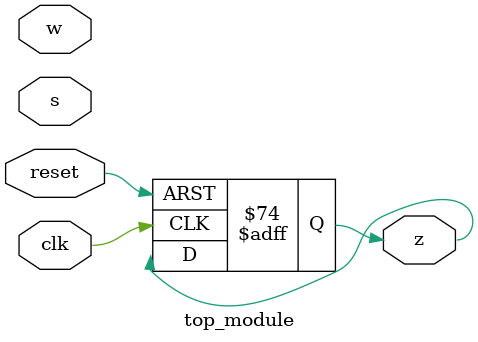
<source format=sv>
module top_module (
    input clk,
    input reset,
    input s,
    input w,
    output reg z
);

    typedef enum reg [2:0] {
        A = 3'b000,
        B = 3'b001,
        C = 3'b010,
        S10 = 3'b011,
        S11 = 3'b100,
        S20 = 3'b101,
        S21 = 3'b110,
        S22 = 3'b111
    } state_t;
    
    state_t current_state, next_state;

    always @(posedge clk or posedge reset) begin
        if (reset) begin
            current_state <= A;
        end else begin
            current_state <= next_state;
        end
    end

    always @(*) begin
        case (current_state)
            A: begin
                if (s) next_state = B;
                else next_state = A;
            end
            B: begin
                if (w) next_state = S11;
                else next_state = S10;
            end
            C: begin
                if (w) next_state = S11;
                else next_state = S10;
            end
            S10: begin
                if (w) next_state = S21;
                else next_state = S20;
            end
            S11: begin
                if (w) next_state = S22;
                else next_state = S21;
            end
            S20: begin
                next_state = B;
            end
            S21: begin
                if (w) next_state = C;
                else next_state = B;
            end
            S22: begin
                if (w) next_state = B;
                else next_state = C;
            end
            default: next_state = A;
        endcase
    end

    always @(posedge clk or posedge reset) begin
        if (reset) begin
            z <= 0;
        end else begin
            // Define the output logic based on the state, if needed
        end
    end
endmodule

</source>
